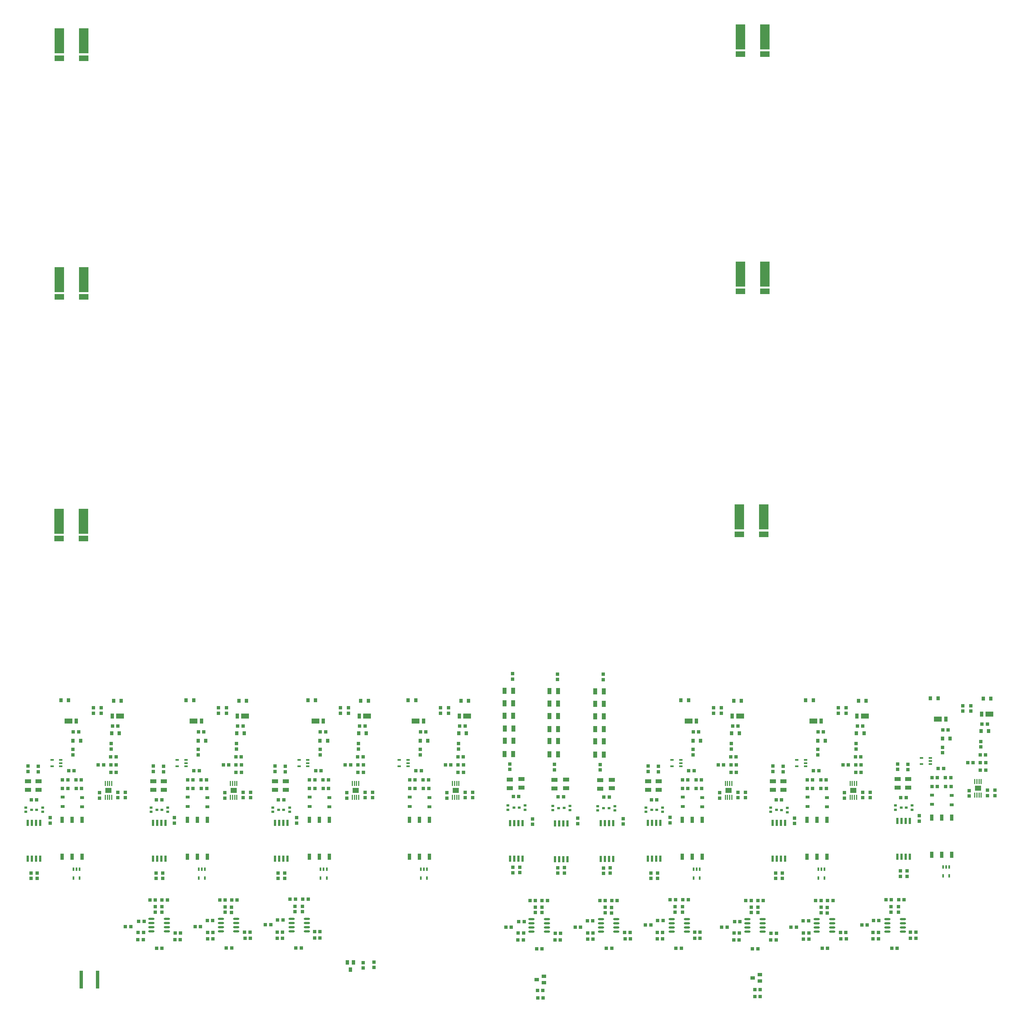
<source format=gtp>
G04 Layer_Color=8421504*
%FSLAX25Y25*%
%MOIN*%
G70*
G01*
G75*
%ADD10O,0.07480X0.02362*%
%ADD11R,0.03937X0.05512*%
%ADD12R,0.05512X0.03937*%
%ADD13R,0.07441X0.06181*%
%ADD14R,0.01575X0.06299*%
%ADD15R,0.02362X0.04331*%
%ADD16R,0.04331X0.02362*%
%ADD17R,0.02520X0.07500*%
%ADD18R,0.04488X0.07480*%
%ADD19R,0.04331X0.04331*%
%ADD20R,0.04331X0.04331*%
%ADD21R,0.07480X0.04724*%
%ADD22R,0.04724X0.07480*%
%ADD23R,0.11614X0.30000*%
%ADD24R,0.11614X0.06614*%
%ADD25R,0.03937X0.21654*%
%ADD26R,0.04134X0.05905*%
%ADD27R,0.09449X0.05905*%
%ADD28R,0.04331X0.05118*%
%ADD29R,0.04803X0.03583*%
%ADD30R,0.03543X0.02756*%
D10*
X1172752Y690000D02*
D03*
Y685000D02*
D03*
Y680000D02*
D03*
Y675000D02*
D03*
X1191256Y690000D02*
D03*
Y685000D02*
D03*
Y680000D02*
D03*
Y675000D02*
D03*
X1087752Y690000D02*
D03*
Y685000D02*
D03*
Y680000D02*
D03*
Y675000D02*
D03*
X1106256Y690000D02*
D03*
Y685000D02*
D03*
Y680000D02*
D03*
Y675000D02*
D03*
X1004252Y690000D02*
D03*
Y685000D02*
D03*
Y680000D02*
D03*
Y675000D02*
D03*
X1022756Y690000D02*
D03*
Y685000D02*
D03*
Y680000D02*
D03*
Y675000D02*
D03*
X1889248Y689500D02*
D03*
Y684500D02*
D03*
Y679500D02*
D03*
Y674500D02*
D03*
X1907752Y689500D02*
D03*
Y684500D02*
D03*
Y679500D02*
D03*
Y674500D02*
D03*
X1629748Y689500D02*
D03*
Y684500D02*
D03*
Y679500D02*
D03*
Y674500D02*
D03*
X1648252Y689500D02*
D03*
Y684500D02*
D03*
Y679500D02*
D03*
Y674500D02*
D03*
X1804248Y689500D02*
D03*
Y684500D02*
D03*
Y679500D02*
D03*
Y674500D02*
D03*
X1822752Y689500D02*
D03*
Y684500D02*
D03*
Y679500D02*
D03*
Y674500D02*
D03*
X1544748Y689500D02*
D03*
Y684500D02*
D03*
Y679500D02*
D03*
Y674500D02*
D03*
X1563252Y689500D02*
D03*
Y684500D02*
D03*
Y679500D02*
D03*
Y674500D02*
D03*
X1720748Y689500D02*
D03*
Y684500D02*
D03*
Y679500D02*
D03*
Y674500D02*
D03*
X1739252Y689500D02*
D03*
Y684500D02*
D03*
Y679500D02*
D03*
Y674500D02*
D03*
X1461248Y689500D02*
D03*
Y684500D02*
D03*
Y679500D02*
D03*
Y674500D02*
D03*
X1479752Y689500D02*
D03*
Y684500D02*
D03*
Y679500D02*
D03*
Y674500D02*
D03*
D11*
X1239760Y637661D02*
D03*
X1247240D02*
D03*
X1243500Y629000D02*
D03*
D12*
X1735831Y622740D02*
D03*
Y615260D02*
D03*
X1727169Y619000D02*
D03*
X1476331Y620740D02*
D03*
Y613260D02*
D03*
X1467669Y617000D02*
D03*
D13*
X1249689Y844268D02*
D03*
X1103161D02*
D03*
X952661D02*
D03*
X1370161Y844240D02*
D03*
X1998161Y846768D02*
D03*
X1698189Y844268D02*
D03*
X1848189D02*
D03*
D14*
X1253528Y852535D02*
D03*
X1250968D02*
D03*
X1248409D02*
D03*
X1245850D02*
D03*
Y836000D02*
D03*
X1248409D02*
D03*
X1250968D02*
D03*
X1253528D02*
D03*
X1107000Y852535D02*
D03*
X1104441D02*
D03*
X1101882D02*
D03*
X1099323D02*
D03*
Y836000D02*
D03*
X1101882D02*
D03*
X1104441D02*
D03*
X1107000D02*
D03*
X956500Y852535D02*
D03*
X953941D02*
D03*
X951382D02*
D03*
X948823D02*
D03*
Y836000D02*
D03*
X951382D02*
D03*
X953941D02*
D03*
X956500D02*
D03*
X1374000Y852508D02*
D03*
X1371441D02*
D03*
X1368882D02*
D03*
X1366323D02*
D03*
Y835972D02*
D03*
X1368882D02*
D03*
X1371441D02*
D03*
X1374000D02*
D03*
X2002000Y855035D02*
D03*
X1999441D02*
D03*
X1996882D02*
D03*
X1994323D02*
D03*
Y838500D02*
D03*
X1996882D02*
D03*
X1999441D02*
D03*
X2002000D02*
D03*
X1702028Y852535D02*
D03*
X1699468D02*
D03*
X1696909D02*
D03*
X1694350D02*
D03*
Y836000D02*
D03*
X1696909D02*
D03*
X1699468D02*
D03*
X1702028D02*
D03*
X1852028Y852535D02*
D03*
X1849468D02*
D03*
X1846909D02*
D03*
X1844350D02*
D03*
Y836000D02*
D03*
X1846909D02*
D03*
X1849468D02*
D03*
X1852028D02*
D03*
D15*
X1207547Y749630D02*
D03*
X1211287D02*
D03*
X1215028D02*
D03*
Y739000D02*
D03*
X1207547D02*
D03*
X1061020Y749630D02*
D03*
X1064760D02*
D03*
X1068500D02*
D03*
Y739000D02*
D03*
X1061020D02*
D03*
X910520Y749630D02*
D03*
X914260D02*
D03*
X918000D02*
D03*
Y739000D02*
D03*
X910520D02*
D03*
X1328020Y749602D02*
D03*
X1331760D02*
D03*
X1335500D02*
D03*
Y738972D02*
D03*
X1328020D02*
D03*
X1956020Y752130D02*
D03*
X1959760D02*
D03*
X1963500D02*
D03*
Y741500D02*
D03*
X1956020D02*
D03*
X1656047Y749630D02*
D03*
X1659787D02*
D03*
X1663528D02*
D03*
Y739000D02*
D03*
X1656047D02*
D03*
X1806047Y749630D02*
D03*
X1809787D02*
D03*
X1813528D02*
D03*
Y739000D02*
D03*
X1806047D02*
D03*
D16*
X1192342Y880740D02*
D03*
Y877000D02*
D03*
Y873260D02*
D03*
X1181713D02*
D03*
Y880740D02*
D03*
X1045815D02*
D03*
Y877000D02*
D03*
Y873260D02*
D03*
X1035185D02*
D03*
Y880740D02*
D03*
X895315D02*
D03*
Y877000D02*
D03*
Y873260D02*
D03*
X884685D02*
D03*
Y880740D02*
D03*
X1312815Y880713D02*
D03*
Y876972D02*
D03*
Y873232D02*
D03*
X1302185D02*
D03*
Y880713D02*
D03*
X1940815Y883240D02*
D03*
Y879500D02*
D03*
Y875760D02*
D03*
X1930185D02*
D03*
Y883240D02*
D03*
X1640842Y880740D02*
D03*
Y877000D02*
D03*
Y873260D02*
D03*
X1630213D02*
D03*
Y880740D02*
D03*
X1790842D02*
D03*
Y877000D02*
D03*
Y873260D02*
D03*
X1780213D02*
D03*
Y880740D02*
D03*
D17*
X1167700Y805110D02*
D03*
X1162700D02*
D03*
X1157700D02*
D03*
X1152700D02*
D03*
X1162700Y762196D02*
D03*
X1157700D02*
D03*
X1152700D02*
D03*
X1167700D02*
D03*
X1021172Y805110D02*
D03*
X1016172D02*
D03*
X1011172D02*
D03*
X1006172D02*
D03*
X1016172Y762196D02*
D03*
X1011172D02*
D03*
X1006172D02*
D03*
X1021172D02*
D03*
X870672Y805110D02*
D03*
X865672D02*
D03*
X860672D02*
D03*
X855672D02*
D03*
X865672Y762196D02*
D03*
X860672D02*
D03*
X855672D02*
D03*
X870672D02*
D03*
X1559500Y804913D02*
D03*
X1554500D02*
D03*
X1549500D02*
D03*
X1544500D02*
D03*
X1554500Y762000D02*
D03*
X1549500D02*
D03*
X1544500D02*
D03*
X1559500D02*
D03*
X1504496Y804496D02*
D03*
X1499496D02*
D03*
X1494496D02*
D03*
X1489496D02*
D03*
X1499496Y761583D02*
D03*
X1494496D02*
D03*
X1489496D02*
D03*
X1504496D02*
D03*
X1450618Y805000D02*
D03*
X1445618D02*
D03*
X1440618D02*
D03*
X1435618D02*
D03*
X1445618Y762087D02*
D03*
X1440618D02*
D03*
X1435618D02*
D03*
X1450618D02*
D03*
X1916172Y807609D02*
D03*
X1911172D02*
D03*
X1906172D02*
D03*
X1901172D02*
D03*
X1911172Y764696D02*
D03*
X1906172D02*
D03*
X1901172D02*
D03*
X1916172D02*
D03*
X1616200Y805110D02*
D03*
X1611200D02*
D03*
X1606200D02*
D03*
X1601200D02*
D03*
X1611200Y762196D02*
D03*
X1606200D02*
D03*
X1601200D02*
D03*
X1616200D02*
D03*
X1766200Y805110D02*
D03*
X1761200D02*
D03*
X1756200D02*
D03*
X1751200D02*
D03*
X1761200Y762196D02*
D03*
X1756200D02*
D03*
X1751200D02*
D03*
X1766200D02*
D03*
D18*
X1194020Y809028D02*
D03*
X1206028D02*
D03*
X1218035D02*
D03*
Y764500D02*
D03*
X1206028D02*
D03*
X1194020D02*
D03*
X1047492Y809028D02*
D03*
X1059500D02*
D03*
X1071508D02*
D03*
Y764500D02*
D03*
X1059500D02*
D03*
X1047492D02*
D03*
X896992Y809028D02*
D03*
X909000D02*
D03*
X921008D02*
D03*
Y764500D02*
D03*
X909000D02*
D03*
X896992D02*
D03*
X1314492Y809000D02*
D03*
X1326500D02*
D03*
X1338508D02*
D03*
Y764472D02*
D03*
X1326500D02*
D03*
X1314492D02*
D03*
X1942492Y811528D02*
D03*
X1954500D02*
D03*
X1966508D02*
D03*
Y767000D02*
D03*
X1954500D02*
D03*
X1942492D02*
D03*
X1642520Y809028D02*
D03*
X1654528D02*
D03*
X1666535D02*
D03*
Y764500D02*
D03*
X1654528D02*
D03*
X1642520D02*
D03*
X1792520Y809028D02*
D03*
X1804528D02*
D03*
X1816535D02*
D03*
Y764500D02*
D03*
X1804528D02*
D03*
X1792520D02*
D03*
D19*
X1155508Y674000D02*
D03*
X1162004D02*
D03*
X1171008Y713500D02*
D03*
X1177504D02*
D03*
X1178004Y655000D02*
D03*
X1184500D02*
D03*
X1192752Y713500D02*
D03*
X1186256D02*
D03*
X1147752Y683000D02*
D03*
X1141256D02*
D03*
X1207000Y674500D02*
D03*
X1200504D02*
D03*
X1071756Y673500D02*
D03*
X1078252D02*
D03*
X1086508Y712500D02*
D03*
X1093004D02*
D03*
X1094256Y655000D02*
D03*
X1100752D02*
D03*
X1107252Y712500D02*
D03*
X1100756D02*
D03*
X1063252Y680500D02*
D03*
X1056756D02*
D03*
X1122752Y674000D02*
D03*
X1116256D02*
D03*
X988256Y673500D02*
D03*
X994752D02*
D03*
X1002508Y712500D02*
D03*
X1009004D02*
D03*
X1010508Y654500D02*
D03*
X1017004D02*
D03*
X1023504Y712500D02*
D03*
X1017008D02*
D03*
X979500Y680500D02*
D03*
X973004D02*
D03*
X1039252Y673000D02*
D03*
X1032756D02*
D03*
X1872004Y673500D02*
D03*
X1878500D02*
D03*
X1887504Y713000D02*
D03*
X1894000D02*
D03*
X1612504Y673500D02*
D03*
X1619000D02*
D03*
X1628004Y713000D02*
D03*
X1634500D02*
D03*
X1894500Y654500D02*
D03*
X1900996D02*
D03*
X1635000D02*
D03*
X1641496D02*
D03*
X1909248Y713000D02*
D03*
X1902752D02*
D03*
X1649748D02*
D03*
X1643252D02*
D03*
X1864996Y682500D02*
D03*
X1858500D02*
D03*
X1604748D02*
D03*
X1598252D02*
D03*
X1923496Y674000D02*
D03*
X1917000D02*
D03*
X1663996D02*
D03*
X1657500D02*
D03*
X1788252Y673000D02*
D03*
X1794748D02*
D03*
X1803004Y712000D02*
D03*
X1809500D02*
D03*
X1528752Y673000D02*
D03*
X1535248D02*
D03*
X1543504Y712000D02*
D03*
X1550000D02*
D03*
X1810752Y654500D02*
D03*
X1817248D02*
D03*
X1551252D02*
D03*
X1557748D02*
D03*
X1823748Y712000D02*
D03*
X1817252D02*
D03*
X1564248D02*
D03*
X1557752D02*
D03*
X1779748Y680000D02*
D03*
X1773252D02*
D03*
X1520248D02*
D03*
X1513752D02*
D03*
X1839248Y673500D02*
D03*
X1832752D02*
D03*
X1579748D02*
D03*
X1573252D02*
D03*
X1704752Y673000D02*
D03*
X1711248D02*
D03*
X1719004Y712000D02*
D03*
X1725500D02*
D03*
X1445252Y673000D02*
D03*
X1451748D02*
D03*
X1459504Y712000D02*
D03*
X1466000D02*
D03*
X1727004Y654000D02*
D03*
X1733500D02*
D03*
X1467504D02*
D03*
X1474000D02*
D03*
X1740000Y712000D02*
D03*
X1733504D02*
D03*
X1480500D02*
D03*
X1474004D02*
D03*
X1696496Y680000D02*
D03*
X1690000D02*
D03*
X1436996D02*
D03*
X1430500D02*
D03*
X1755748Y672500D02*
D03*
X1749252D02*
D03*
X1496248D02*
D03*
X1489752D02*
D03*
X1243776Y875000D02*
D03*
X1237280D02*
D03*
X1259024D02*
D03*
X1252528D02*
D03*
X1097248D02*
D03*
X1090752D02*
D03*
X1112496D02*
D03*
X1106000D02*
D03*
X946748D02*
D03*
X940252D02*
D03*
X961996D02*
D03*
X955500D02*
D03*
X1364248Y874972D02*
D03*
X1357752D02*
D03*
X1379496D02*
D03*
X1373000D02*
D03*
X1992248Y877500D02*
D03*
X1985752D02*
D03*
X2007496D02*
D03*
X2001000D02*
D03*
X1692276Y875000D02*
D03*
X1685780D02*
D03*
X1707524D02*
D03*
X1701028D02*
D03*
X1842276D02*
D03*
X1835780D02*
D03*
X1857524D02*
D03*
X1851028D02*
D03*
X1155508Y666500D02*
D03*
X1162004D02*
D03*
X1162504Y688500D02*
D03*
X1156008D02*
D03*
X1207000Y667000D02*
D03*
X1200504D02*
D03*
X1071756Y666000D02*
D03*
X1078252D02*
D03*
X1078004Y688000D02*
D03*
X1071508D02*
D03*
X1123252Y666500D02*
D03*
X1116756D02*
D03*
X988008Y665000D02*
D03*
X994504D02*
D03*
X995504Y687000D02*
D03*
X989008D02*
D03*
X1039000Y665000D02*
D03*
X1032504D02*
D03*
X1872004Y666000D02*
D03*
X1878500D02*
D03*
X1612504D02*
D03*
X1619000D02*
D03*
X1879000Y688000D02*
D03*
X1872504D02*
D03*
X1619500D02*
D03*
X1613004D02*
D03*
X1923496Y666500D02*
D03*
X1917000D02*
D03*
X1663996D02*
D03*
X1657500D02*
D03*
X1788252Y665500D02*
D03*
X1794748D02*
D03*
X1528752D02*
D03*
X1535248D02*
D03*
X1794500Y687500D02*
D03*
X1788004D02*
D03*
X1535000D02*
D03*
X1528504D02*
D03*
X1839748Y666000D02*
D03*
X1833252D02*
D03*
X1580248D02*
D03*
X1573752D02*
D03*
X1704504Y664500D02*
D03*
X1711000D02*
D03*
X1445004D02*
D03*
X1451500D02*
D03*
X1712000Y686500D02*
D03*
X1705504D02*
D03*
X1452500D02*
D03*
X1446004D02*
D03*
X1755496Y664500D02*
D03*
X1749000D02*
D03*
X1495996D02*
D03*
X1489500D02*
D03*
X1736248Y596500D02*
D03*
X1729752D02*
D03*
X1736248Y605000D02*
D03*
X1729752D02*
D03*
X1475248Y595000D02*
D03*
X1468752D02*
D03*
X1475000Y604000D02*
D03*
X1468504D02*
D03*
X1258776Y884500D02*
D03*
X1252279D02*
D03*
X1254531Y921500D02*
D03*
X1261028D02*
D03*
X1252532Y866000D02*
D03*
X1259028D02*
D03*
X1210532Y857000D02*
D03*
X1217028D02*
D03*
X1210779Y846500D02*
D03*
X1217276D02*
D03*
X1207279Y914500D02*
D03*
X1213776D02*
D03*
X1208276Y868000D02*
D03*
X1201779D02*
D03*
X1194279Y857000D02*
D03*
X1200776D02*
D03*
X1194279Y846500D02*
D03*
X1200776D02*
D03*
X1156852Y832996D02*
D03*
X1163348D02*
D03*
X1112248Y884500D02*
D03*
X1105752D02*
D03*
X1108004Y921500D02*
D03*
X1114500D02*
D03*
X1106004Y866000D02*
D03*
X1112500D02*
D03*
X1064004Y857000D02*
D03*
X1070500D02*
D03*
X1064252Y846500D02*
D03*
X1070748D02*
D03*
X1060752Y914500D02*
D03*
X1067248D02*
D03*
X1061748Y868000D02*
D03*
X1055252D02*
D03*
X1047752Y857000D02*
D03*
X1054248D02*
D03*
X1047752Y846500D02*
D03*
X1054248D02*
D03*
X1010324Y832996D02*
D03*
X1016821D02*
D03*
X961748Y884500D02*
D03*
X955252D02*
D03*
X957504Y921500D02*
D03*
X964000D02*
D03*
X955504Y866000D02*
D03*
X962000D02*
D03*
X913504Y857000D02*
D03*
X920000D02*
D03*
X913752Y846500D02*
D03*
X920248D02*
D03*
X910252Y914500D02*
D03*
X916748D02*
D03*
X911248Y868000D02*
D03*
X904752D02*
D03*
X897252Y857000D02*
D03*
X903748D02*
D03*
X897252Y846500D02*
D03*
X903748D02*
D03*
X859824Y832996D02*
D03*
X866321D02*
D03*
X1548252Y836248D02*
D03*
X1554748D02*
D03*
X1493248Y836496D02*
D03*
X1499744D02*
D03*
X1439370Y837000D02*
D03*
X1445866D02*
D03*
X1379248Y884472D02*
D03*
X1372752D02*
D03*
X1375004Y921472D02*
D03*
X1381500D02*
D03*
X1373004Y865972D02*
D03*
X1379500D02*
D03*
X1331004Y856972D02*
D03*
X1337500D02*
D03*
X1331252Y846472D02*
D03*
X1337748D02*
D03*
X1327752Y914472D02*
D03*
X1334248D02*
D03*
X1328748Y867972D02*
D03*
X1322252D02*
D03*
X1314752Y856972D02*
D03*
X1321248D02*
D03*
X1314752Y846472D02*
D03*
X1321248D02*
D03*
X2007248Y887000D02*
D03*
X2000752D02*
D03*
X2003004Y924000D02*
D03*
X2009500D02*
D03*
X2001004Y868500D02*
D03*
X2007500D02*
D03*
X1959004Y859500D02*
D03*
X1965500D02*
D03*
X1959252Y849000D02*
D03*
X1965748D02*
D03*
X1955752Y917000D02*
D03*
X1962248D02*
D03*
X1956748Y870500D02*
D03*
X1950252D02*
D03*
X1942752Y859500D02*
D03*
X1949248D02*
D03*
X1942752Y849000D02*
D03*
X1949248D02*
D03*
X1905324Y835496D02*
D03*
X1911820D02*
D03*
X1707276Y884500D02*
D03*
X1700780D02*
D03*
X1703032Y921500D02*
D03*
X1709528D02*
D03*
X1701031Y866000D02*
D03*
X1707528D02*
D03*
X1659031Y857000D02*
D03*
X1665528D02*
D03*
X1659279Y846500D02*
D03*
X1665776D02*
D03*
X1655779Y914500D02*
D03*
X1662276D02*
D03*
X1656776Y868000D02*
D03*
X1650279D02*
D03*
X1642780Y857000D02*
D03*
X1649276D02*
D03*
X1642780Y846500D02*
D03*
X1649276D02*
D03*
X1605352Y832996D02*
D03*
X1611848D02*
D03*
X1857276Y884500D02*
D03*
X1850780D02*
D03*
X1853032Y921500D02*
D03*
X1859528D02*
D03*
X1851031Y866000D02*
D03*
X1857528D02*
D03*
X1809031Y857000D02*
D03*
X1815528D02*
D03*
X1809279Y846500D02*
D03*
X1815776D02*
D03*
X1805779Y914500D02*
D03*
X1812276D02*
D03*
X1806776Y868000D02*
D03*
X1800279D02*
D03*
X1792780Y857000D02*
D03*
X1799276D02*
D03*
X1792780Y846500D02*
D03*
X1799276D02*
D03*
X1755352Y832996D02*
D03*
X1761848D02*
D03*
D20*
X1177004Y704996D02*
D03*
Y698500D02*
D03*
X1186004Y704996D02*
D03*
Y698500D02*
D03*
X1093004Y704248D02*
D03*
Y697752D02*
D03*
X1100504Y703996D02*
D03*
Y697500D02*
D03*
X1009004Y704496D02*
D03*
Y698000D02*
D03*
X1017004Y704496D02*
D03*
Y698000D02*
D03*
X1893500Y704496D02*
D03*
Y698000D02*
D03*
X1634000Y704496D02*
D03*
Y698000D02*
D03*
X1902500Y704496D02*
D03*
Y698000D02*
D03*
X1643000Y704496D02*
D03*
Y698000D02*
D03*
X1809500Y703748D02*
D03*
Y697252D02*
D03*
X1550000Y703748D02*
D03*
Y697252D02*
D03*
X1817000Y703496D02*
D03*
Y697000D02*
D03*
X1557500Y703496D02*
D03*
Y697000D02*
D03*
X1725500Y703996D02*
D03*
Y697500D02*
D03*
X1466000Y703996D02*
D03*
Y697500D02*
D03*
X1733500Y703996D02*
D03*
Y697500D02*
D03*
X1474000Y703996D02*
D03*
Y697500D02*
D03*
X1241028Y943500D02*
D03*
Y937004D02*
D03*
X1231528Y943496D02*
D03*
Y937000D02*
D03*
X1156500Y738500D02*
D03*
Y744996D02*
D03*
X1164500Y738500D02*
D03*
Y744996D02*
D03*
X1179000Y805004D02*
D03*
Y811500D02*
D03*
X1094500Y943500D02*
D03*
Y937004D02*
D03*
X1085000Y943496D02*
D03*
Y937000D02*
D03*
X1009972Y738500D02*
D03*
Y744996D02*
D03*
X1017972Y738500D02*
D03*
Y744996D02*
D03*
X1031972Y804996D02*
D03*
Y811492D02*
D03*
X944000Y943500D02*
D03*
Y937004D02*
D03*
X934500Y943496D02*
D03*
Y937000D02*
D03*
X859472Y738500D02*
D03*
Y744996D02*
D03*
X867000Y738500D02*
D03*
Y744996D02*
D03*
X882500Y805004D02*
D03*
Y811500D02*
D03*
X1544000Y875248D02*
D03*
Y868752D02*
D03*
X1547882Y744500D02*
D03*
Y750996D02*
D03*
X1556000Y744748D02*
D03*
Y751244D02*
D03*
X1571500Y803752D02*
D03*
Y810248D02*
D03*
X1488996Y875496D02*
D03*
Y869000D02*
D03*
X1492878Y744748D02*
D03*
Y751244D02*
D03*
X1500996Y744996D02*
D03*
Y751492D02*
D03*
X1517000Y804252D02*
D03*
Y810748D02*
D03*
X1435118Y876000D02*
D03*
Y869504D02*
D03*
X1439000Y745252D02*
D03*
Y751748D02*
D03*
X1447118Y745500D02*
D03*
Y751996D02*
D03*
X1462500Y803500D02*
D03*
Y809996D02*
D03*
X1361500Y943472D02*
D03*
Y936976D02*
D03*
X1352000Y943468D02*
D03*
Y936972D02*
D03*
X1989500Y946000D02*
D03*
Y939504D02*
D03*
X1980000Y945996D02*
D03*
Y939500D02*
D03*
X1904972Y741000D02*
D03*
Y747496D02*
D03*
X1912972Y741000D02*
D03*
Y747496D02*
D03*
X1927500Y807252D02*
D03*
Y813748D02*
D03*
X1689528Y943500D02*
D03*
Y937004D02*
D03*
X1680028Y943496D02*
D03*
Y937000D02*
D03*
X1605000Y738500D02*
D03*
Y744996D02*
D03*
X1613000Y738500D02*
D03*
Y744996D02*
D03*
X1628000Y805252D02*
D03*
Y811748D02*
D03*
X1839528Y943500D02*
D03*
Y937004D02*
D03*
X1830028Y943496D02*
D03*
Y937000D02*
D03*
X1755000Y738500D02*
D03*
Y744996D02*
D03*
X1763000Y738500D02*
D03*
Y744996D02*
D03*
X1777500Y804500D02*
D03*
Y810996D02*
D03*
X1253028Y900496D02*
D03*
Y894000D02*
D03*
X1207028Y893496D02*
D03*
Y887000D02*
D03*
X1152900Y866996D02*
D03*
Y873492D02*
D03*
X1165300Y866596D02*
D03*
Y873092D02*
D03*
X1106500Y900496D02*
D03*
Y894000D02*
D03*
X1060500Y893496D02*
D03*
Y887000D02*
D03*
X1006372Y866996D02*
D03*
Y873492D02*
D03*
X1018772Y866596D02*
D03*
Y873092D02*
D03*
X956000Y900496D02*
D03*
Y894000D02*
D03*
X910000Y893496D02*
D03*
Y887000D02*
D03*
X855872Y866996D02*
D03*
Y873492D02*
D03*
X868272Y866596D02*
D03*
Y873092D02*
D03*
X1547500Y977252D02*
D03*
Y983748D02*
D03*
X1492496Y977500D02*
D03*
Y983996D02*
D03*
X1438618Y978004D02*
D03*
Y984500D02*
D03*
X1373500Y900469D02*
D03*
Y893972D02*
D03*
X1327500Y893468D02*
D03*
Y886972D02*
D03*
X2001500Y902996D02*
D03*
Y896500D02*
D03*
X1955500Y895996D02*
D03*
Y889500D02*
D03*
X1901372Y869496D02*
D03*
Y875992D02*
D03*
X1913772Y869096D02*
D03*
Y875592D02*
D03*
X1701528Y900496D02*
D03*
Y894000D02*
D03*
X1655528Y893496D02*
D03*
Y887000D02*
D03*
X1601400Y866996D02*
D03*
Y873492D02*
D03*
X1613800Y866596D02*
D03*
Y873092D02*
D03*
X1851528Y900496D02*
D03*
Y894000D02*
D03*
X1805528Y893496D02*
D03*
Y887000D02*
D03*
X1751400Y866996D02*
D03*
Y873492D02*
D03*
X1763800Y866596D02*
D03*
Y873092D02*
D03*
X1272000Y638000D02*
D03*
Y631504D02*
D03*
X1259000Y637248D02*
D03*
Y630752D02*
D03*
X1239028Y835000D02*
D03*
Y841496D02*
D03*
X1270028Y835504D02*
D03*
Y842000D02*
D03*
X1261028Y835500D02*
D03*
Y841996D02*
D03*
X1092500Y835000D02*
D03*
Y841496D02*
D03*
X1123500Y835504D02*
D03*
Y842000D02*
D03*
X1114500Y835500D02*
D03*
Y841996D02*
D03*
X942000Y835000D02*
D03*
Y841496D02*
D03*
X973000Y835504D02*
D03*
Y842000D02*
D03*
X964000Y835500D02*
D03*
Y841996D02*
D03*
X1359500Y834972D02*
D03*
Y841469D02*
D03*
X1390500Y835476D02*
D03*
Y841972D02*
D03*
X1381500Y835472D02*
D03*
Y841969D02*
D03*
X1987500Y837500D02*
D03*
Y843996D02*
D03*
X2018500Y838004D02*
D03*
Y844500D02*
D03*
X2009500Y838000D02*
D03*
Y844496D02*
D03*
X1687528Y835000D02*
D03*
Y841496D02*
D03*
X1718528Y835504D02*
D03*
Y842000D02*
D03*
X1709528Y835500D02*
D03*
Y841996D02*
D03*
X1837528Y835000D02*
D03*
Y841496D02*
D03*
X1868528Y835504D02*
D03*
Y842000D02*
D03*
X1859528Y835500D02*
D03*
Y841996D02*
D03*
D21*
X1152900Y855232D02*
D03*
Y844996D02*
D03*
X1165700Y855232D02*
D03*
Y844996D02*
D03*
X1006372Y855232D02*
D03*
Y844996D02*
D03*
X1019172Y855232D02*
D03*
Y844996D02*
D03*
X855872Y855232D02*
D03*
Y844996D02*
D03*
X868672Y855232D02*
D03*
Y844996D02*
D03*
X1544000Y856484D02*
D03*
Y846248D02*
D03*
X1558000Y856984D02*
D03*
Y846748D02*
D03*
X1488996Y856732D02*
D03*
Y846496D02*
D03*
X1502996Y857232D02*
D03*
Y846996D02*
D03*
X1435118Y857236D02*
D03*
Y847000D02*
D03*
X1449118Y857736D02*
D03*
Y847500D02*
D03*
X1901372Y857732D02*
D03*
Y847496D02*
D03*
X1914172Y857732D02*
D03*
Y847496D02*
D03*
X1601400Y855232D02*
D03*
Y844996D02*
D03*
X1614200Y855232D02*
D03*
Y844996D02*
D03*
X1751400Y855232D02*
D03*
Y844996D02*
D03*
X1764200Y855232D02*
D03*
Y844996D02*
D03*
D22*
X1538000Y917748D02*
D03*
X1548236D02*
D03*
X1548118Y933248D02*
D03*
X1537882D02*
D03*
Y887248D02*
D03*
X1548118D02*
D03*
X1538000Y903248D02*
D03*
X1548236D02*
D03*
X1537882Y948248D02*
D03*
X1548118D02*
D03*
Y963248D02*
D03*
X1537882D02*
D03*
X1482996Y917996D02*
D03*
X1493232D02*
D03*
X1493114Y933496D02*
D03*
X1482878D02*
D03*
Y887496D02*
D03*
X1493114D02*
D03*
X1482996Y903496D02*
D03*
X1493232D02*
D03*
X1482878Y948496D02*
D03*
X1493114D02*
D03*
Y963496D02*
D03*
X1482878D02*
D03*
X1429118Y918500D02*
D03*
X1439354D02*
D03*
X1439236Y934000D02*
D03*
X1429000D02*
D03*
Y888000D02*
D03*
X1439236D02*
D03*
X1429118Y904000D02*
D03*
X1439354D02*
D03*
X1429000Y949000D02*
D03*
X1439236D02*
D03*
Y964000D02*
D03*
X1429000D02*
D03*
D23*
X893591Y1744709D02*
D03*
X923000D02*
D03*
X1712500Y1749500D02*
D03*
X1741909D02*
D03*
X893591Y1458000D02*
D03*
X923000D02*
D03*
X1712500Y1464500D02*
D03*
X1741909D02*
D03*
X893091Y1167500D02*
D03*
X922500D02*
D03*
X1711091Y1172709D02*
D03*
X1740500D02*
D03*
D24*
X893591Y1724000D02*
D03*
X923000D02*
D03*
X1712500Y1728791D02*
D03*
X1741909D02*
D03*
X893591Y1437291D02*
D03*
X923000D02*
D03*
X1712500Y1443791D02*
D03*
X1741909D02*
D03*
X893091Y1146791D02*
D03*
X922500D02*
D03*
X1711091Y1152000D02*
D03*
X1740500D02*
D03*
D25*
X939500Y617000D02*
D03*
X919815D02*
D03*
D26*
X1254177Y933500D02*
D03*
X1210878Y927500D02*
D03*
X1107650Y933500D02*
D03*
X1064350Y927500D02*
D03*
X957150Y933500D02*
D03*
X913850Y927500D02*
D03*
X1374650Y933472D02*
D03*
X1331350Y927472D02*
D03*
X2002650Y936000D02*
D03*
X1959350Y930000D02*
D03*
X1702677Y933500D02*
D03*
X1659378Y927500D02*
D03*
X1852677Y933500D02*
D03*
X1809378Y927500D02*
D03*
D27*
X1263528Y933500D02*
D03*
X1201528Y927500D02*
D03*
X1117000Y933500D02*
D03*
X1055000Y927500D02*
D03*
X966500Y933500D02*
D03*
X904500Y927500D02*
D03*
X1384000Y933472D02*
D03*
X1322000Y927472D02*
D03*
X2012000Y936000D02*
D03*
X1950000Y930000D02*
D03*
X1712028Y933500D02*
D03*
X1650028Y927500D02*
D03*
X1862028Y933500D02*
D03*
X1800028Y927500D02*
D03*
D28*
X1265028Y952000D02*
D03*
X1255972D02*
D03*
X1201555Y952500D02*
D03*
X1192500D02*
D03*
X1118500Y952000D02*
D03*
X1109445D02*
D03*
X1055028Y952500D02*
D03*
X1045972D02*
D03*
X968000Y952000D02*
D03*
X958945D02*
D03*
X904528Y952500D02*
D03*
X895472D02*
D03*
X1385500Y951972D02*
D03*
X1376445D02*
D03*
X1322028Y952472D02*
D03*
X1312972D02*
D03*
X2013500Y954500D02*
D03*
X2004445D02*
D03*
X1950028Y955000D02*
D03*
X1940972D02*
D03*
X1713528Y952000D02*
D03*
X1704472D02*
D03*
X1650055Y952500D02*
D03*
X1641000D02*
D03*
X1863528Y952000D02*
D03*
X1854472D02*
D03*
X1800055Y952500D02*
D03*
X1791000D02*
D03*
X1262528Y913000D02*
D03*
X1253472D02*
D03*
X1216055Y904000D02*
D03*
X1207000D02*
D03*
X1116000Y913000D02*
D03*
X1106945D02*
D03*
X1069528Y904000D02*
D03*
X1060472D02*
D03*
X965500Y913000D02*
D03*
X956445D02*
D03*
X919028Y904000D02*
D03*
X909972D02*
D03*
X1383000Y912972D02*
D03*
X1373945D02*
D03*
X1336528Y903972D02*
D03*
X1327472D02*
D03*
X2011000Y915500D02*
D03*
X2001945D02*
D03*
X1964528Y906500D02*
D03*
X1955472D02*
D03*
X1711028Y913000D02*
D03*
X1701972D02*
D03*
X1664555Y904000D02*
D03*
X1655500D02*
D03*
X1861028Y913000D02*
D03*
X1851972D02*
D03*
X1814555Y904000D02*
D03*
X1805500D02*
D03*
D29*
X1218028Y835583D02*
D03*
Y824500D02*
D03*
X1194528Y825000D02*
D03*
Y836083D02*
D03*
X1071500Y835583D02*
D03*
Y824500D02*
D03*
X1048000Y825000D02*
D03*
Y836083D02*
D03*
X921000Y835583D02*
D03*
Y824500D02*
D03*
X897500Y825000D02*
D03*
Y836083D02*
D03*
X1338500Y835555D02*
D03*
Y824472D02*
D03*
X1315000Y824972D02*
D03*
Y836055D02*
D03*
X1966500Y838083D02*
D03*
Y827000D02*
D03*
X1943000Y827500D02*
D03*
Y838583D02*
D03*
X1666528Y835583D02*
D03*
Y824500D02*
D03*
X1643028Y825000D02*
D03*
Y836083D02*
D03*
X1816528Y835583D02*
D03*
Y824500D02*
D03*
X1793028Y825000D02*
D03*
Y836083D02*
D03*
D30*
X1157300Y820996D02*
D03*
X1150213Y823555D02*
D03*
Y818437D02*
D03*
X1163300Y820996D02*
D03*
X1170387Y818437D02*
D03*
Y823555D02*
D03*
X1011000Y821000D02*
D03*
X1003913Y823559D02*
D03*
Y818441D02*
D03*
X1016772Y820996D02*
D03*
X1023859Y818437D02*
D03*
Y823555D02*
D03*
X860272Y820996D02*
D03*
X853186Y823555D02*
D03*
Y818437D02*
D03*
X866272Y820996D02*
D03*
X873359Y818437D02*
D03*
Y823555D02*
D03*
X1548000Y822748D02*
D03*
X1540913Y825307D02*
D03*
Y820189D02*
D03*
X1554500Y822748D02*
D03*
X1561587Y820189D02*
D03*
Y825307D02*
D03*
X1494000Y823000D02*
D03*
X1486913Y825559D02*
D03*
Y820441D02*
D03*
X1500413Y823059D02*
D03*
X1507500Y820500D02*
D03*
Y825618D02*
D03*
X1440087Y823559D02*
D03*
X1433000Y826118D02*
D03*
Y821000D02*
D03*
X1446500Y823500D02*
D03*
X1453587Y820941D02*
D03*
Y826059D02*
D03*
X1905772Y823496D02*
D03*
X1898686Y826055D02*
D03*
Y820937D02*
D03*
X1911772Y823496D02*
D03*
X1918859Y820937D02*
D03*
Y826055D02*
D03*
X1605800Y820996D02*
D03*
X1598713Y823555D02*
D03*
Y818437D02*
D03*
X1611800Y820996D02*
D03*
X1618887Y818437D02*
D03*
Y823555D02*
D03*
X1755800Y820996D02*
D03*
X1748713Y823555D02*
D03*
Y818437D02*
D03*
X1761913Y820559D02*
D03*
X1769000Y818000D02*
D03*
Y823118D02*
D03*
M02*

</source>
